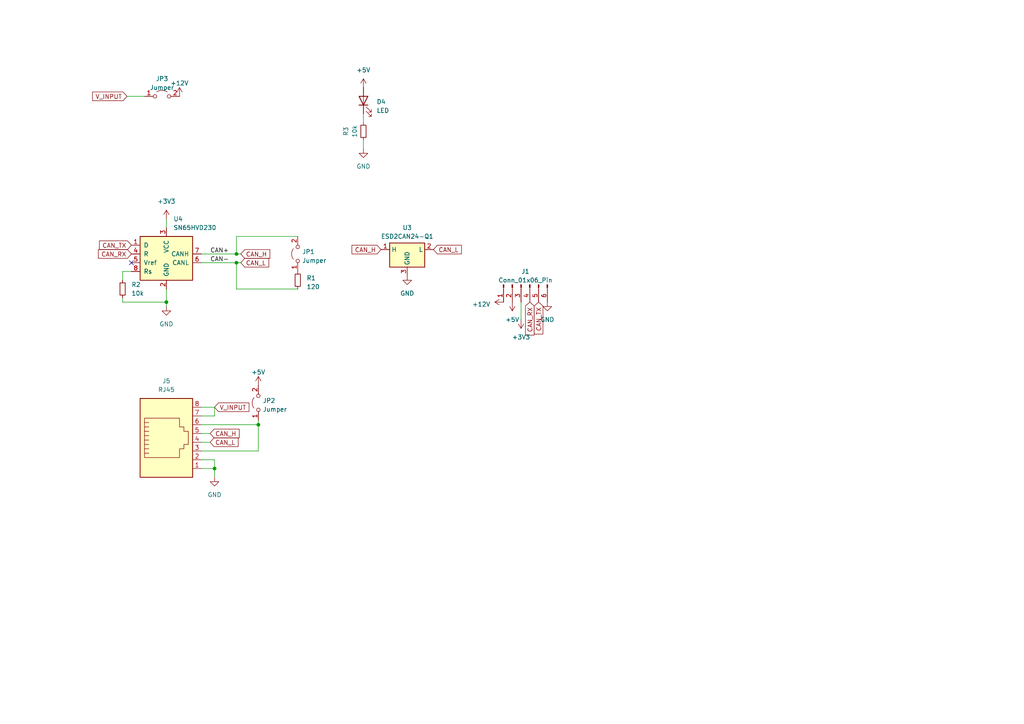
<source format=kicad_sch>
(kicad_sch (version 20230121) (generator eeschema)
  (paper "A4")
  (lib_symbols
    (symbol "+3V3_1" (power) (pin_names (offset 0))
      (property "Value" "+3V3_1" (at 0 3.556 0))
      (symbol "+3V3_1_0_1"
        (polyline (pts (xy -0.762 1.27) (xy 0 2.54)))
        (polyline (pts (xy 0 0) (xy 0 2.54)))
        (polyline (pts (xy 0 2.54) (xy 0.762 1.27)))
      )
      (symbol "+3V3_1_1_1"
        (pin power_in line (at 0 0 90) (length 0) hide (name "+3V3") (number "1"))
      )
    )
    (symbol "+5V_1" (power) (pin_names (offset 0))
      (property "Value" "+5V_1" (at 0 3.556 0))
      (symbol "+5V_1_0_1"
        (polyline (pts (xy -0.762 1.27) (xy 0 2.54)))
        (polyline (pts (xy 0 0) (xy 0 2.54)))
        (polyline (pts (xy 0 2.54) (xy 0.762 1.27)))
      )
      (symbol "+5V_1_1_1"
        (pin power_in line (at 0 0 90) (length 0) hide (name "+5V") (number "1"))
      )
    )
    (symbol "Connector:Conn_01x06_Pin" (pin_names (offset 1.016) hide)
      (property "Reference" "J" (at 0 7.62 0))
      (property "Value" "Conn_01x06_Pin" (at 0 -10.16 0))
      (symbol "Conn_01x06_Pin_1_1"
        (polyline (pts (xy 1.27 -7.62) (xy 0.8636 -7.62)) (stroke (width 0.1524)))
        (polyline (pts (xy 1.27 -5.08) (xy 0.8636 -5.08)) (stroke (width 0.1524)))
        (polyline (pts (xy 1.27 -2.54) (xy 0.8636 -2.54)) (stroke (width 0.1524)))
        (polyline (pts (xy 1.27 0) (xy 0.8636 0)) (stroke (width 0.1524)))
        (polyline (pts (xy 1.27 2.54) (xy 0.8636 2.54)) (stroke (width 0.1524)))
        (polyline (pts (xy 1.27 5.08) (xy 0.8636 5.08)) (stroke (width 0.1524)))
        (rectangle (start 0.8636 -7.493) (end 0 -7.747) (stroke (width 0.1524)) (fill (type outline)))
        (rectangle (start 0.8636 -4.953) (end 0 -5.207) (stroke (width 0.1524)) (fill (type outline)))
        (rectangle (start 0.8636 -2.413) (end 0 -2.667) (stroke (width 0.1524)) (fill (type outline)))
        (rectangle (start 0.8636 0.127) (end 0 -0.127) (stroke (width 0.1524)) (fill (type outline)))
        (rectangle (start 0.8636 2.667) (end 0 2.413) (stroke (width 0.1524)) (fill (type outline)))
        (rectangle (start 0.8636 5.207) (end 0 4.953) (stroke (width 0.1524)) (fill (type outline)))
        (pin passive line (at 5.08 5.08 180) (length 3.81) (name "Pin_1") (number "1"))
        (pin passive line (at 5.08 2.54 180) (length 3.81) (name "Pin_2") (number "2"))
        (pin passive line (at 5.08 0 180) (length 3.81) (name "Pin_3") (number "3"))
        (pin passive line (at 5.08 -2.54 180) (length 3.81) (name "Pin_4") (number "4"))
        (pin passive line (at 5.08 -5.08 180) (length 3.81) (name "Pin_5") (number "5"))
        (pin passive line (at 5.08 -7.62 180) (length 3.81) (name "Pin_6") (number "6"))
      )
    )
    (symbol "Connector:RJ45" (pin_names (offset 1.016))
      (property "Reference" "J" (at -5.08 13.97 0))
      (property "Value" "RJ45" (at 2.54 13.97 0))
      (symbol "RJ45_0_1"
        (polyline (pts (xy -5.08 4.445) (xy -6.35 4.445)))
        (polyline (pts (xy -5.08 5.715) (xy -6.35 5.715)))
        (polyline (pts (xy -6.35 -3.175) (xy -5.08 -3.175) (xy -5.08 -3.175)))
        (polyline (pts (xy -6.35 -1.905) (xy -5.08 -1.905) (xy -5.08 -1.905)))
        (polyline (pts (xy -6.35 -0.635) (xy -5.08 -0.635) (xy -5.08 -0.635)))
        (polyline (pts (xy -6.35 0.635) (xy -5.08 0.635) (xy -5.08 0.635)))
        (polyline (pts (xy -6.35 1.905) (xy -5.08 1.905) (xy -5.08 1.905)))
        (polyline (pts (xy -5.08 3.175) (xy -6.35 3.175) (xy -6.35 3.175)))
        (polyline (pts (xy -6.35 -4.445) (xy -6.35 6.985) (xy 3.81 6.985) (xy 3.81 4.445) (xy 5.08 4.445) (xy 5.08 3.175) (xy 6.35 3.175) (xy 6.35 -0.635) (xy 5.08 -0.635) (xy 5.08 -1.905) (xy 3.81 -1.905) (xy 3.81 -4.445) (xy -6.35 -4.445) (xy -6.35 -4.445)))
        (rectangle (start 7.62 12.7) (end -7.62 -10.16) (stroke (width 0.254)) (fill (type background)))
      )
      (symbol "RJ45_1_1"
        (pin passive line (at 10.16 -7.62 180) (length 2.54) (name "~") (number "1"))
        (pin passive line (at 10.16 -5.08 180) (length 2.54) (name "~") (number "2"))
        (pin passive line (at 10.16 -2.54 180) (length 2.54) (name "~") (number "3"))
        (pin passive line (at 10.16 0 180) (length 2.54) (name "~") (number "4"))
        (pin passive line (at 10.16 2.54 180) (length 2.54) (name "~") (number "5"))
        (pin passive line (at 10.16 5.08 180) (length 2.54) (name "~") (number "6"))
        (pin passive line (at 10.16 7.62 180) (length 2.54) (name "~") (number "7"))
        (pin passive line (at 10.16 10.16 180) (length 2.54) (name "~") (number "8"))
      )
    )
    (symbol "Device:LED" (pin_numbers hide) (pin_names (offset 1.016) hide)
      (property "Reference" "D" (at 0 2.54 0))
      (property "Value" "LED" (at 0 -2.54 0))
      (symbol "LED_0_1"
        (polyline (pts (xy -1.27 -1.27) (xy -1.27 1.27)) (stroke (width 0.254)))
        (polyline (pts (xy -1.27 0) (xy 1.27 0)))
        (polyline (pts (xy 1.27 -1.27) (xy 1.27 1.27) (xy -1.27 0) (xy 1.27 -1.27)) (stroke (width 0.254)))
        (polyline (pts (xy -3.048 -0.762) (xy -4.572 -2.286) (xy -3.81 -2.286) (xy -4.572 -2.286) (xy -4.572 -1.524)))
        (polyline (pts (xy -1.778 -0.762) (xy -3.302 -2.286) (xy -2.54 -2.286) (xy -3.302 -2.286) (xy -3.302 -1.524)))
      )
      (symbol "LED_1_1"
        (pin passive line (at -3.81 0 0) (length 2.54) (name "K") (number "1"))
        (pin passive line (at 3.81 0 180) (length 2.54) (name "A") (number "2"))
      )
    )
    (symbol "Device:R_Small" (pin_numbers hide) (pin_names (offset 0.254) hide)
      (property "Reference" "R" (at 0.762 0.508 0))
      (property "Value" "R_Small" (at 0.762 -1.016 0))
      (symbol "R_Small_0_1"
        (rectangle (start -0.762 1.778) (end 0.762 -1.778) (stroke (width 0.2032)))
      )
      (symbol "R_Small_1_1"
        (pin passive line (at 0 2.54 270) (length 0.762) (name "~") (number "1"))
        (pin passive line (at 0 -2.54 90) (length 0.762) (name "~") (number "2"))
      )
    )
    (symbol "Interface_CAN_LIN:SN65HVD230" (pin_names (offset 1.016))
      (property "Reference" "U" (at -2.54 10.16 0))
      (property "Value" "SN65HVD230" (at -2.54 7.62 0))
      (symbol "SN65HVD230_0_1"
        (rectangle (start -7.62 5.08) (end 7.62 -7.62) (stroke (width 0.254)) (fill (type background)))
      )
      (symbol "SN65HVD230_1_1"
        (pin input line (at -10.16 2.54 0) (length 2.54) (name "D") (number "1"))
        (pin power_in line (at 0 -10.16 90) (length 2.54) (name "GND") (number "2"))
        (pin power_in line (at 0 7.62 270) (length 2.54) (name "VCC") (number "3"))
        (pin output line (at -10.16 0 0) (length 2.54) (name "R") (number "4"))
        (pin output line (at -10.16 -2.54 0) (length 2.54) (name "Vref") (number "5"))
        (pin bidirectional line (at 10.16 -2.54 180) (length 2.54) (name "CANL") (number "6"))
        (pin bidirectional line (at 10.16 0 180) (length 2.54) (name "CANH") (number "7"))
        (pin input line (at -10.16 -5.08 0) (length 2.54) (name "Rs") (number "8"))
      )
    )
    (symbol "Jumper:Jumper_2_Open" (pin_names (offset 0) hide)
      (property "Reference" "JP" (at 0 2.794 0))
      (property "Value" "Jumper_2_Open" (at 0 -2.286 0))
      (symbol "Jumper_2_Open_0_0"
        (circle (center -2.032 0) (radius 0.508))
        (circle (center 2.032 0) (radius 0.508))
      )
      (symbol "Jumper_2_Open_0_1"
        (arc (start 1.524 1.27) (mid 0 1.778) (end -1.524 1.27))
      )
      (symbol "Jumper_2_Open_1_1"
        (pin passive line (at -5.08 0 0) (length 2.54) (name "A") (number "1"))
        (pin passive line (at 5.08 0 180) (length 2.54) (name "B") (number "2"))
      )
    )
    (symbol "RaceTrackr_Symbols:ESD2CAN24-Q1"
      (property "Reference" "U" (at -3.81 3.175 0))
      (property "Value" "ESD2CAN24-Q1" (at 0 3.175 0))
      (symbol "ESD2CAN24-Q1_0_1"
        (rectangle (start -5.08 1.905) (end 5.08 -5.08) (stroke (width 0.254)) (fill (type background)))
      )
      (symbol "ESD2CAN24-Q1_1_1"
        (pin input line (at -7.62 0 0) (length 2.54) (name "H") (number "1"))
        (pin input line (at 7.62 0 180) (length 2.54) (name "L") (number "2"))
        (pin output line (at 0 -7.62 90) (length 2.54) (name "GND") (number "3"))
      )
    )
    (symbol "power:+12V" (power) (pin_names (offset 0))
      (property "Value" "+12V" (at 0 3.556 0))
      (symbol "+12V_0_1"
        (polyline (pts (xy -0.762 1.27) (xy 0 2.54)))
        (polyline (pts (xy 0 0) (xy 0 2.54)))
        (polyline (pts (xy 0 2.54) (xy 0.762 1.27)))
      )
      (symbol "+12V_1_1"
        (pin power_in line (at 0 0 90) (length 0) hide (name "+12V") (number "1"))
      )
    )
    (symbol "power:+3V3" (power) (pin_names (offset 0))
      (property "Value" "+3V3" (at 0 3.556 0))
      (symbol "+3V3_0_1"
        (polyline (pts (xy -0.762 1.27) (xy 0 2.54)))
        (polyline (pts (xy 0 0) (xy 0 2.54)))
        (polyline (pts (xy 0 2.54) (xy 0.762 1.27)))
      )
      (symbol "+3V3_1_1"
        (pin power_in line (at 0 0 90) (length 0) hide (name "+3V3") (number "1"))
      )
    )
    (symbol "power:+5V" (power) (pin_names (offset 0))
      (property "Value" "+5V" (at 0 3.556 0))
      (symbol "+5V_0_1"
        (polyline (pts (xy -0.762 1.27) (xy 0 2.54)))
        (polyline (pts (xy 0 0) (xy 0 2.54)))
        (polyline (pts (xy 0 2.54) (xy 0.762 1.27)))
      )
      (symbol "+5V_1_1"
        (pin power_in line (at 0 0 90) (length 0) hide (name "+5V") (number "1"))
      )
    )
    (symbol "power:GND" (power) (pin_names (offset 0))
      (property "Value" "GND" (at 0 -3.81 0))
      (symbol "GND_0_1"
        (polyline (pts (xy 0 0) (xy 0 -1.27) (xy 1.27 -1.27) (xy 0 -2.54) (xy -1.27 -1.27) (xy 0 -1.27)))
      )
      (symbol "GND_1_1"
        (pin power_in line (at 0 0 270) (length 0) hide (name "GND") (number "1"))
      )
    )
  )
  (junction (at 74.93 123.19))
  (junction (at 62.23 135.89))
  (junction (at 68.58 73.66))
  (junction (at 68.58 76.2))
  (junction (at 48.26 87.63))
  (no_connect (at 38.1 76.2))
  (wire (pts (xy 35.56 78.74) (xy 35.56 81.28)))
  (wire (pts (xy 74.93 130.81) (xy 74.93 123.19)))
  (wire (pts (xy 35.56 86.36) (xy 35.56 87.63)))
  (wire (pts (xy 86.36 83.82) (xy 68.58 83.82)))
  (wire (pts (xy 68.58 68.58) (xy 68.58 73.66)))
  (wire (pts (xy 48.26 83.82) (xy 48.26 87.63)))
  (wire (pts (xy 36.83 27.94) (xy 41.91 27.94)))
  (wire (pts (xy 58.42 120.65) (xy 62.23 120.65)))
  (wire (pts (xy 58.42 133.35) (xy 62.23 133.35)))
  (wire (pts (xy 58.42 135.89) (xy 62.23 135.89)))
  (wire (pts (xy 69.85 76.2) (xy 68.58 76.2)))
  (wire (pts (xy 74.93 121.92) (xy 74.93 123.19)))
  (wire (pts (xy 68.58 73.66) (xy 58.42 73.66)))
  (wire (pts (xy 62.23 118.11) (xy 62.23 120.65)))
  (wire (pts (xy 58.42 118.11) (xy 62.23 118.11)))
  (wire (pts (xy 69.85 73.66) (xy 68.58 73.66)))
  (wire (pts (xy 62.23 133.35) (xy 62.23 135.89)))
  (wire (pts (xy 86.36 68.58) (xy 68.58 68.58)))
  (wire (pts (xy 38.1 78.74) (xy 35.56 78.74)))
  (wire (pts (xy 48.26 88.9) (xy 48.26 87.63)))
  (wire (pts (xy 35.56 87.63) (xy 48.26 87.63)))
  (wire (pts (xy 58.42 125.73) (xy 60.96 125.73)))
  (wire (pts (xy 68.58 76.2) (xy 58.42 76.2)))
  (wire (pts (xy 48.26 63.5) (xy 48.26 66.04)))
  (wire (pts (xy 58.42 130.81) (xy 74.93 130.81)))
  (wire (pts (xy 105.41 43.18) (xy 105.41 40.64)))
  (wire (pts (xy 105.41 33.02) (xy 105.41 35.56)))
  (wire (pts (xy 58.42 123.19) (xy 74.93 123.19)))
  (wire (pts (xy 151.13 92.71) (xy 151.13 87.63)))
  (wire (pts (xy 62.23 135.89) (xy 62.23 138.43)))
  (wire (pts (xy 58.42 128.27) (xy 60.96 128.27)))
  (wire (pts (xy 68.58 76.2) (xy 68.58 83.82)))
  (label "CAN+" (at 60.96 73.66 0))
  (label "CAN-" (at 60.96 76.2 0))
  (global_label "CAN_TX" (shape input) (at 38.1 71.12 180) (property "Intersheetrefs" "${INTERSHEET_REFS}" (effects hide)))
  (global_label "CAN_L" (shape input) (at 69.85 76.2 0) (property "Intersheetrefs" "${INTERSHEET_REFS}" (effects hide)))
  (global_label "CAN_TX" (shape input) (at 156.21 87.63 270) (property "Intersheetrefs" "${INTERSHEET_REFS}" (effects hide)))
  (global_label "V_INPUT" (shape input) (at 36.83 27.94 180) (property "Intersheetrefs" "${INTERSHEET_REFS}" (effects hide)))
  (global_label "CAN_H" (shape input) (at 60.96 125.73 0) (property "Intersheetrefs" "${INTERSHEET_REFS}" (effects hide)))
  (global_label "CAN_H" (shape input) (at 69.85 73.66 0) (property "Intersheetrefs" "${INTERSHEET_REFS}" (effects hide)))
  (global_label "CAN_H" (shape input) (at 110.49 72.39 180) (property "Intersheetrefs" "${INTERSHEET_REFS}" (effects hide)))
  (global_label "CAN_L" (shape input) (at 60.96 128.27 0) (property "Intersheetrefs" "${INTERSHEET_REFS}" (effects hide)))
  (global_label "CAN_RX" (shape input) (at 153.67 87.63 270) (property "Intersheetrefs" "${INTERSHEET_REFS}" (effects hide)))
  (global_label "V_INPUT" (shape input) (at 62.23 118.11 0) (property "Intersheetrefs" "${INTERSHEET_REFS}" (effects hide)))
  (global_label "CAN_RX" (shape input) (at 38.1 73.66 180) (property "Intersheetrefs" "${INTERSHEET_REFS}" (effects hide)))
  (global_label "CAN_L" (shape input) (at 125.73 72.39 0) (property "Intersheetrefs" "${INTERSHEET_REFS}" (effects hide)))
  (symbol (lib_name "+5V_1") (lib_id "power:+5V") (at 74.93 111.76 0) (unit 1)
    (property "Reference" "#PWR019" (effects hide))
    (property "Value" "+5V" (at 74.93 107.95 0))
  )
  (symbol (lib_id "power:+12V") (at 52.07 27.94 0) (unit 1)
    (property "Reference" "#PWR01" (effects hide))
    (property "Value" "+12V" (at 52.07 24.13 0))
  )
  (symbol (lib_id "Device:R_Small") (at 105.41 38.1 0) (unit 1) (in_bom no)
    (property "Reference" "R3" (at 100.33 38.1 90))
    (property "Value" "10k" (at 102.87 38.1 90))
    (property "Footprint" "Resistor_SMD:R_1206_3216Metric_Pad1.30x1.75mm_HandSolder" (effects hide))
    (property "LCSC" "C17902" (effects hide))
  )
  (symbol (lib_id "RaceTrackr_Symbols:ESD2CAN24-Q1") (at 118.11 72.39 0) (unit 1)
    (property "Reference" "U3" (at 118.11 66.04 0))
    (property "Value" "ESD2CAN24-Q1" (at 118.11 68.58 0))
    (property "Footprint" "Package_TO_SOT_SMD:SOT-23" (effects hide))
    (property "Datasheet" "https://www.ti.com/lit/ds/symlink/esd2can24-q1.pdf?ts=1679401569068&ref_url=https%253A%252F%252Fwww.ti.com%252Fproduct%252FESD2CAN24-Q1" (effects hide))
    (property "LCSC" "C907830" (effects hide))
  )
  (symbol (lib_name "+3V3_1") (lib_id "power:+3V3") (at 151.13 92.71 180) (unit 1)
    (property "Reference" "#PWR02" (effects hide))
    (property "Value" "+3V3" (at 151.13 97.79 0))
  )
  (symbol (lib_id "Jumper:Jumper_2_Open") (at 46.99 27.94 0) (unit 1) (in_bom no)
    (property "Reference" "JP3" (at 46.99 22.86 0))
    (property "Value" "Jumper" (at 46.99 25.4 0))
    (property "Footprint" "Jumper:SolderJumper-2_P1.3mm_Open_TrianglePad1.0x1.5mm" (effects hide))
  )
  (symbol (lib_id "Jumper:Jumper_2_Open") (at 74.93 116.84 90) (unit 1) (in_bom no)
    (property "Reference" "JP2" (at 76.2 116.205 90) (effects (justify right)))
    (property "Value" "Jumper" (at 76.2 118.745 90) (effects (justify right)))
    (property "Footprint" "Jumper:SolderJumper-2_P1.3mm_Open_TrianglePad1.0x1.5mm" (effects hide))
  )
  (symbol (lib_id "Connector:Conn_01x06_Pin") (at 151.13 82.55 90) (mirror x) (unit 1)
    (property "Reference" "J1" (at 152.4 78.74 90))
    (property "Value" "Conn_01x06_Pin" (at 152.4 81.28 90))
    (property "Footprint" "Connector_PinHeader_2.54mm:PinHeader_1x06_P2.54mm_Horizontal" (effects hide))
  )
  (symbol (lib_id "Interface_CAN_LIN:SN65HVD230") (at 48.26 73.66 0) (unit 1)
    (property "Reference" "U4" (at 50.2794 63.5 0) (effects (justify left)))
    (property "Value" "SN65HVD230" (at 50.2794 66.04 0) (effects (justify left)))
    (property "Footprint" "Package_SO:SOIC-8_3.9x4.9mm_P1.27mm" (effects hide))
    (property "Datasheet" "http://www.ti.com/lit/ds/symlink/sn65hvd230.pdf" (effects hide))
    (property "LCSC" "C12084" (effects hide))
  )
  (symbol (lib_id "Device:LED") (at 105.41 29.21 90) (unit 1) (in_bom no)
    (property "Reference" "D4" (at 109.22 29.5274 90) (effects (justify right)))
    (property "Value" "LED" (at 109.22 32.0674 90) (effects (justify right)))
    (property "Footprint" "LED_SMD:LED_0805_2012Metric_Pad1.15x1.40mm_HandSolder" (effects hide))
    (property "LCSC" "C84256" (effects hide))
  )
  (symbol (lib_name "+5V_1") (lib_id "power:+5V") (at 148.59 87.63 180) (unit 1)
    (property "Reference" "#PWR011" (effects hide))
    (property "Value" "+5V" (at 148.59 92.71 0))
  )
  (symbol (lib_id "power:GND") (at 105.41 43.18 0) (unit 1)
    (property "Reference" "#PWR05" (effects hide))
    (property "Value" "GND" (at 105.41 48.26 0))
  )
  (symbol (lib_id "power:+3V3") (at 48.26 63.5 0) (unit 1)
    (property "Reference" "#PWR07" (effects hide))
    (property "Value" "+3V3" (at 48.26 58.42 0))
  )
  (symbol (lib_id "Connector:RJ45") (at 48.26 128.27 0) (unit 1) (in_bom no)
    (property "Reference" "J5" (at 48.26 110.49 0))
    (property "Value" "RJ45" (at 48.26 113.03 0))
    (property "Footprint" "Connector_RJ:RJ45_Ninigi_GE" (effects hide))
  )
  (symbol (lib_id "Jumper:Jumper_2_Open") (at 86.36 73.66 90) (unit 1) (in_bom no)
    (property "Reference" "JP1" (at 87.63 73.025 90) (effects (justify right)))
    (property "Value" "Jumper" (at 87.63 75.565 90) (effects (justify right)))
    (property "Footprint" "Jumper:SolderJumper-2_P1.3mm_Open_TrianglePad1.0x1.5mm" (effects hide))
  )
  (symbol (lib_id "power:GND") (at 48.26 88.9 0) (unit 1)
    (property "Reference" "#PWR08" (effects hide))
    (property "Value" "GND" (at 48.26 93.98 0))
  )
  (symbol (lib_id "power:GND") (at 118.11 80.01 0) (unit 1)
    (property "Reference" "#PWR09" (effects hide))
    (property "Value" "GND" (at 118.11 85.09 0))
  )
  (symbol (lib_id "power:GND") (at 62.23 138.43 0) (unit 1)
    (property "Reference" "#PWR020" (effects hide))
    (property "Value" "GND" (at 62.23 143.51 0))
  )
  (symbol (lib_id "Device:R_Small") (at 35.56 83.82 0) (unit 1)
    (property "Reference" "R2" (at 38.1 82.5499 0) (effects (justify left)))
    (property "Value" "10k" (at 38.1 85.0899 0) (effects (justify left)))
    (property "Footprint" "Resistor_SMD:R_1206_3216Metric_Pad1.30x1.75mm_HandSolder" (effects hide))
    (property "LCSC" "C17902" (effects hide))
  )
  (symbol (lib_id "power:+5V") (at 105.41 25.4 0) (mirror y) (unit 1)
    (property "Reference" "#PWR06" (effects hide))
    (property "Value" "+5V" (at 105.41 20.32 0))
  )
  (symbol (lib_id "Device:R_Small") (at 86.36 81.28 0) (unit 1)
    (property "Reference" "R1" (at 88.9 80.645 0) (effects (justify left)))
    (property "Value" "120" (at 88.9 83.185 0) (effects (justify left)))
    (property "Footprint" "Resistor_SMD:R_1206_3216Metric_Pad1.30x1.75mm_HandSolder" (effects hide))
    (property "LCSC" "C17909" (effects hide))
  )
  (symbol (lib_id "power:GND") (at 158.75 87.63 0) (unit 1)
    (property "Reference" "#PWR013" (effects hide))
    (property "Value" "GND" (at 158.75 92.71 0))
  )
  (symbol (lib_id "power:+12V") (at 146.05 87.63 90) (unit 1)
    (property "Reference" "#PWR010" (effects hide))
    (property "Value" "+12V" (at 142.24 88.265 90) (effects (justify left)))
  )
)
</source>
